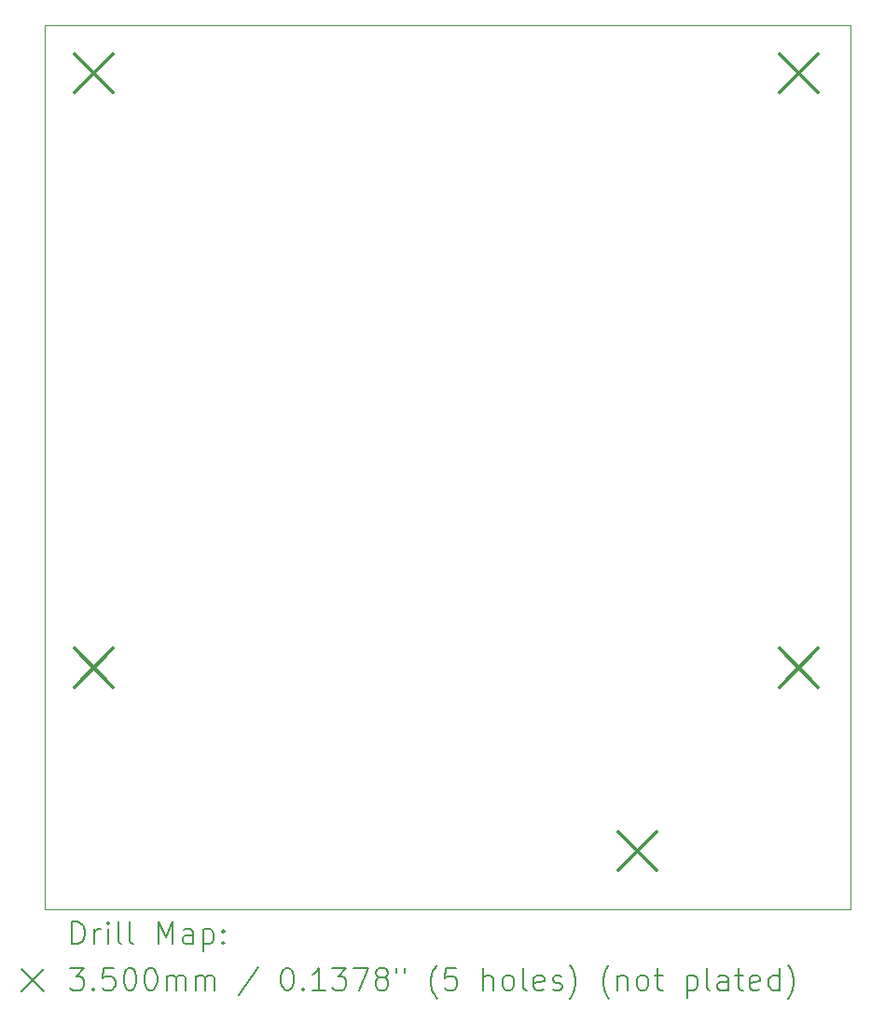
<source format=gbr>
%FSLAX45Y45*%
G04 Gerber Fmt 4.5, Leading zero omitted, Abs format (unit mm)*
G04 Created by KiCad (PCBNEW (6.0.2-0)) date 2022-08-15 15:04:25*
%MOMM*%
%LPD*%
G01*
G04 APERTURE LIST*
%TA.AperFunction,Profile*%
%ADD10C,0.100000*%
%TD*%
%ADD11C,0.200000*%
%ADD12C,0.350000*%
G04 APERTURE END LIST*
D10*
X6350000Y-4064000D02*
X13665200Y-4064000D01*
X13665200Y-4064000D02*
X13665200Y-12090400D01*
X13665200Y-12090400D02*
X6350000Y-12090400D01*
X6350000Y-12090400D02*
X6350000Y-4064000D01*
D11*
D12*
X6625000Y-4325000D02*
X6975000Y-4675000D01*
X6975000Y-4325000D02*
X6625000Y-4675000D01*
X6625000Y-9725000D02*
X6975000Y-10075000D01*
X6975000Y-9725000D02*
X6625000Y-10075000D01*
X11559800Y-11388400D02*
X11909800Y-11738400D01*
X11909800Y-11388400D02*
X11559800Y-11738400D01*
X13025000Y-4325000D02*
X13375000Y-4675000D01*
X13375000Y-4325000D02*
X13025000Y-4675000D01*
X13025000Y-9725000D02*
X13375000Y-10075000D01*
X13375000Y-9725000D02*
X13025000Y-10075000D01*
D11*
X6602619Y-12405876D02*
X6602619Y-12205876D01*
X6650238Y-12205876D01*
X6678809Y-12215400D01*
X6697857Y-12234448D01*
X6707381Y-12253495D01*
X6716905Y-12291590D01*
X6716905Y-12320162D01*
X6707381Y-12358257D01*
X6697857Y-12377305D01*
X6678809Y-12396352D01*
X6650238Y-12405876D01*
X6602619Y-12405876D01*
X6802619Y-12405876D02*
X6802619Y-12272543D01*
X6802619Y-12310638D02*
X6812143Y-12291590D01*
X6821667Y-12282067D01*
X6840714Y-12272543D01*
X6859762Y-12272543D01*
X6926428Y-12405876D02*
X6926428Y-12272543D01*
X6926428Y-12205876D02*
X6916905Y-12215400D01*
X6926428Y-12224924D01*
X6935952Y-12215400D01*
X6926428Y-12205876D01*
X6926428Y-12224924D01*
X7050238Y-12405876D02*
X7031190Y-12396352D01*
X7021667Y-12377305D01*
X7021667Y-12205876D01*
X7155000Y-12405876D02*
X7135952Y-12396352D01*
X7126428Y-12377305D01*
X7126428Y-12205876D01*
X7383571Y-12405876D02*
X7383571Y-12205876D01*
X7450238Y-12348733D01*
X7516905Y-12205876D01*
X7516905Y-12405876D01*
X7697857Y-12405876D02*
X7697857Y-12301114D01*
X7688333Y-12282067D01*
X7669286Y-12272543D01*
X7631190Y-12272543D01*
X7612143Y-12282067D01*
X7697857Y-12396352D02*
X7678809Y-12405876D01*
X7631190Y-12405876D01*
X7612143Y-12396352D01*
X7602619Y-12377305D01*
X7602619Y-12358257D01*
X7612143Y-12339209D01*
X7631190Y-12329686D01*
X7678809Y-12329686D01*
X7697857Y-12320162D01*
X7793095Y-12272543D02*
X7793095Y-12472543D01*
X7793095Y-12282067D02*
X7812143Y-12272543D01*
X7850238Y-12272543D01*
X7869286Y-12282067D01*
X7878809Y-12291590D01*
X7888333Y-12310638D01*
X7888333Y-12367781D01*
X7878809Y-12386828D01*
X7869286Y-12396352D01*
X7850238Y-12405876D01*
X7812143Y-12405876D01*
X7793095Y-12396352D01*
X7974048Y-12386828D02*
X7983571Y-12396352D01*
X7974048Y-12405876D01*
X7964524Y-12396352D01*
X7974048Y-12386828D01*
X7974048Y-12405876D01*
X7974048Y-12282067D02*
X7983571Y-12291590D01*
X7974048Y-12301114D01*
X7964524Y-12291590D01*
X7974048Y-12282067D01*
X7974048Y-12301114D01*
X6145000Y-12635400D02*
X6345000Y-12835400D01*
X6345000Y-12635400D02*
X6145000Y-12835400D01*
X6583571Y-12625876D02*
X6707381Y-12625876D01*
X6640714Y-12702067D01*
X6669286Y-12702067D01*
X6688333Y-12711590D01*
X6697857Y-12721114D01*
X6707381Y-12740162D01*
X6707381Y-12787781D01*
X6697857Y-12806828D01*
X6688333Y-12816352D01*
X6669286Y-12825876D01*
X6612143Y-12825876D01*
X6593095Y-12816352D01*
X6583571Y-12806828D01*
X6793095Y-12806828D02*
X6802619Y-12816352D01*
X6793095Y-12825876D01*
X6783571Y-12816352D01*
X6793095Y-12806828D01*
X6793095Y-12825876D01*
X6983571Y-12625876D02*
X6888333Y-12625876D01*
X6878809Y-12721114D01*
X6888333Y-12711590D01*
X6907381Y-12702067D01*
X6955000Y-12702067D01*
X6974048Y-12711590D01*
X6983571Y-12721114D01*
X6993095Y-12740162D01*
X6993095Y-12787781D01*
X6983571Y-12806828D01*
X6974048Y-12816352D01*
X6955000Y-12825876D01*
X6907381Y-12825876D01*
X6888333Y-12816352D01*
X6878809Y-12806828D01*
X7116905Y-12625876D02*
X7135952Y-12625876D01*
X7155000Y-12635400D01*
X7164524Y-12644924D01*
X7174048Y-12663971D01*
X7183571Y-12702067D01*
X7183571Y-12749686D01*
X7174048Y-12787781D01*
X7164524Y-12806828D01*
X7155000Y-12816352D01*
X7135952Y-12825876D01*
X7116905Y-12825876D01*
X7097857Y-12816352D01*
X7088333Y-12806828D01*
X7078809Y-12787781D01*
X7069286Y-12749686D01*
X7069286Y-12702067D01*
X7078809Y-12663971D01*
X7088333Y-12644924D01*
X7097857Y-12635400D01*
X7116905Y-12625876D01*
X7307381Y-12625876D02*
X7326428Y-12625876D01*
X7345476Y-12635400D01*
X7355000Y-12644924D01*
X7364524Y-12663971D01*
X7374048Y-12702067D01*
X7374048Y-12749686D01*
X7364524Y-12787781D01*
X7355000Y-12806828D01*
X7345476Y-12816352D01*
X7326428Y-12825876D01*
X7307381Y-12825876D01*
X7288333Y-12816352D01*
X7278809Y-12806828D01*
X7269286Y-12787781D01*
X7259762Y-12749686D01*
X7259762Y-12702067D01*
X7269286Y-12663971D01*
X7278809Y-12644924D01*
X7288333Y-12635400D01*
X7307381Y-12625876D01*
X7459762Y-12825876D02*
X7459762Y-12692543D01*
X7459762Y-12711590D02*
X7469286Y-12702067D01*
X7488333Y-12692543D01*
X7516905Y-12692543D01*
X7535952Y-12702067D01*
X7545476Y-12721114D01*
X7545476Y-12825876D01*
X7545476Y-12721114D02*
X7555000Y-12702067D01*
X7574048Y-12692543D01*
X7602619Y-12692543D01*
X7621667Y-12702067D01*
X7631190Y-12721114D01*
X7631190Y-12825876D01*
X7726428Y-12825876D02*
X7726428Y-12692543D01*
X7726428Y-12711590D02*
X7735952Y-12702067D01*
X7755000Y-12692543D01*
X7783571Y-12692543D01*
X7802619Y-12702067D01*
X7812143Y-12721114D01*
X7812143Y-12825876D01*
X7812143Y-12721114D02*
X7821667Y-12702067D01*
X7840714Y-12692543D01*
X7869286Y-12692543D01*
X7888333Y-12702067D01*
X7897857Y-12721114D01*
X7897857Y-12825876D01*
X8288333Y-12616352D02*
X8116905Y-12873495D01*
X8545476Y-12625876D02*
X8564524Y-12625876D01*
X8583571Y-12635400D01*
X8593095Y-12644924D01*
X8602619Y-12663971D01*
X8612143Y-12702067D01*
X8612143Y-12749686D01*
X8602619Y-12787781D01*
X8593095Y-12806828D01*
X8583571Y-12816352D01*
X8564524Y-12825876D01*
X8545476Y-12825876D01*
X8526429Y-12816352D01*
X8516905Y-12806828D01*
X8507381Y-12787781D01*
X8497857Y-12749686D01*
X8497857Y-12702067D01*
X8507381Y-12663971D01*
X8516905Y-12644924D01*
X8526429Y-12635400D01*
X8545476Y-12625876D01*
X8697857Y-12806828D02*
X8707381Y-12816352D01*
X8697857Y-12825876D01*
X8688333Y-12816352D01*
X8697857Y-12806828D01*
X8697857Y-12825876D01*
X8897857Y-12825876D02*
X8783571Y-12825876D01*
X8840714Y-12825876D02*
X8840714Y-12625876D01*
X8821667Y-12654448D01*
X8802619Y-12673495D01*
X8783571Y-12683019D01*
X8964524Y-12625876D02*
X9088333Y-12625876D01*
X9021667Y-12702067D01*
X9050238Y-12702067D01*
X9069286Y-12711590D01*
X9078810Y-12721114D01*
X9088333Y-12740162D01*
X9088333Y-12787781D01*
X9078810Y-12806828D01*
X9069286Y-12816352D01*
X9050238Y-12825876D01*
X8993095Y-12825876D01*
X8974048Y-12816352D01*
X8964524Y-12806828D01*
X9155000Y-12625876D02*
X9288333Y-12625876D01*
X9202619Y-12825876D01*
X9393095Y-12711590D02*
X9374048Y-12702067D01*
X9364524Y-12692543D01*
X9355000Y-12673495D01*
X9355000Y-12663971D01*
X9364524Y-12644924D01*
X9374048Y-12635400D01*
X9393095Y-12625876D01*
X9431190Y-12625876D01*
X9450238Y-12635400D01*
X9459762Y-12644924D01*
X9469286Y-12663971D01*
X9469286Y-12673495D01*
X9459762Y-12692543D01*
X9450238Y-12702067D01*
X9431190Y-12711590D01*
X9393095Y-12711590D01*
X9374048Y-12721114D01*
X9364524Y-12730638D01*
X9355000Y-12749686D01*
X9355000Y-12787781D01*
X9364524Y-12806828D01*
X9374048Y-12816352D01*
X9393095Y-12825876D01*
X9431190Y-12825876D01*
X9450238Y-12816352D01*
X9459762Y-12806828D01*
X9469286Y-12787781D01*
X9469286Y-12749686D01*
X9459762Y-12730638D01*
X9450238Y-12721114D01*
X9431190Y-12711590D01*
X9545476Y-12625876D02*
X9545476Y-12663971D01*
X9621667Y-12625876D02*
X9621667Y-12663971D01*
X9916905Y-12902067D02*
X9907381Y-12892543D01*
X9888333Y-12863971D01*
X9878810Y-12844924D01*
X9869286Y-12816352D01*
X9859762Y-12768733D01*
X9859762Y-12730638D01*
X9869286Y-12683019D01*
X9878810Y-12654448D01*
X9888333Y-12635400D01*
X9907381Y-12606828D01*
X9916905Y-12597305D01*
X10088333Y-12625876D02*
X9993095Y-12625876D01*
X9983571Y-12721114D01*
X9993095Y-12711590D01*
X10012143Y-12702067D01*
X10059762Y-12702067D01*
X10078810Y-12711590D01*
X10088333Y-12721114D01*
X10097857Y-12740162D01*
X10097857Y-12787781D01*
X10088333Y-12806828D01*
X10078810Y-12816352D01*
X10059762Y-12825876D01*
X10012143Y-12825876D01*
X9993095Y-12816352D01*
X9983571Y-12806828D01*
X10335952Y-12825876D02*
X10335952Y-12625876D01*
X10421667Y-12825876D02*
X10421667Y-12721114D01*
X10412143Y-12702067D01*
X10393095Y-12692543D01*
X10364524Y-12692543D01*
X10345476Y-12702067D01*
X10335952Y-12711590D01*
X10545476Y-12825876D02*
X10526429Y-12816352D01*
X10516905Y-12806828D01*
X10507381Y-12787781D01*
X10507381Y-12730638D01*
X10516905Y-12711590D01*
X10526429Y-12702067D01*
X10545476Y-12692543D01*
X10574048Y-12692543D01*
X10593095Y-12702067D01*
X10602619Y-12711590D01*
X10612143Y-12730638D01*
X10612143Y-12787781D01*
X10602619Y-12806828D01*
X10593095Y-12816352D01*
X10574048Y-12825876D01*
X10545476Y-12825876D01*
X10726429Y-12825876D02*
X10707381Y-12816352D01*
X10697857Y-12797305D01*
X10697857Y-12625876D01*
X10878810Y-12816352D02*
X10859762Y-12825876D01*
X10821667Y-12825876D01*
X10802619Y-12816352D01*
X10793095Y-12797305D01*
X10793095Y-12721114D01*
X10802619Y-12702067D01*
X10821667Y-12692543D01*
X10859762Y-12692543D01*
X10878810Y-12702067D01*
X10888333Y-12721114D01*
X10888333Y-12740162D01*
X10793095Y-12759209D01*
X10964524Y-12816352D02*
X10983571Y-12825876D01*
X11021667Y-12825876D01*
X11040714Y-12816352D01*
X11050238Y-12797305D01*
X11050238Y-12787781D01*
X11040714Y-12768733D01*
X11021667Y-12759209D01*
X10993095Y-12759209D01*
X10974048Y-12749686D01*
X10964524Y-12730638D01*
X10964524Y-12721114D01*
X10974048Y-12702067D01*
X10993095Y-12692543D01*
X11021667Y-12692543D01*
X11040714Y-12702067D01*
X11116905Y-12902067D02*
X11126429Y-12892543D01*
X11145476Y-12863971D01*
X11155000Y-12844924D01*
X11164524Y-12816352D01*
X11174048Y-12768733D01*
X11174048Y-12730638D01*
X11164524Y-12683019D01*
X11155000Y-12654448D01*
X11145476Y-12635400D01*
X11126429Y-12606828D01*
X11116905Y-12597305D01*
X11478809Y-12902067D02*
X11469286Y-12892543D01*
X11450238Y-12863971D01*
X11440714Y-12844924D01*
X11431190Y-12816352D01*
X11421667Y-12768733D01*
X11421667Y-12730638D01*
X11431190Y-12683019D01*
X11440714Y-12654448D01*
X11450238Y-12635400D01*
X11469286Y-12606828D01*
X11478809Y-12597305D01*
X11555000Y-12692543D02*
X11555000Y-12825876D01*
X11555000Y-12711590D02*
X11564524Y-12702067D01*
X11583571Y-12692543D01*
X11612143Y-12692543D01*
X11631190Y-12702067D01*
X11640714Y-12721114D01*
X11640714Y-12825876D01*
X11764524Y-12825876D02*
X11745476Y-12816352D01*
X11735952Y-12806828D01*
X11726428Y-12787781D01*
X11726428Y-12730638D01*
X11735952Y-12711590D01*
X11745476Y-12702067D01*
X11764524Y-12692543D01*
X11793095Y-12692543D01*
X11812143Y-12702067D01*
X11821667Y-12711590D01*
X11831190Y-12730638D01*
X11831190Y-12787781D01*
X11821667Y-12806828D01*
X11812143Y-12816352D01*
X11793095Y-12825876D01*
X11764524Y-12825876D01*
X11888333Y-12692543D02*
X11964524Y-12692543D01*
X11916905Y-12625876D02*
X11916905Y-12797305D01*
X11926428Y-12816352D01*
X11945476Y-12825876D01*
X11964524Y-12825876D01*
X12183571Y-12692543D02*
X12183571Y-12892543D01*
X12183571Y-12702067D02*
X12202619Y-12692543D01*
X12240714Y-12692543D01*
X12259762Y-12702067D01*
X12269286Y-12711590D01*
X12278809Y-12730638D01*
X12278809Y-12787781D01*
X12269286Y-12806828D01*
X12259762Y-12816352D01*
X12240714Y-12825876D01*
X12202619Y-12825876D01*
X12183571Y-12816352D01*
X12393095Y-12825876D02*
X12374048Y-12816352D01*
X12364524Y-12797305D01*
X12364524Y-12625876D01*
X12555000Y-12825876D02*
X12555000Y-12721114D01*
X12545476Y-12702067D01*
X12526428Y-12692543D01*
X12488333Y-12692543D01*
X12469286Y-12702067D01*
X12555000Y-12816352D02*
X12535952Y-12825876D01*
X12488333Y-12825876D01*
X12469286Y-12816352D01*
X12459762Y-12797305D01*
X12459762Y-12778257D01*
X12469286Y-12759209D01*
X12488333Y-12749686D01*
X12535952Y-12749686D01*
X12555000Y-12740162D01*
X12621667Y-12692543D02*
X12697857Y-12692543D01*
X12650238Y-12625876D02*
X12650238Y-12797305D01*
X12659762Y-12816352D01*
X12678809Y-12825876D01*
X12697857Y-12825876D01*
X12840714Y-12816352D02*
X12821667Y-12825876D01*
X12783571Y-12825876D01*
X12764524Y-12816352D01*
X12755000Y-12797305D01*
X12755000Y-12721114D01*
X12764524Y-12702067D01*
X12783571Y-12692543D01*
X12821667Y-12692543D01*
X12840714Y-12702067D01*
X12850238Y-12721114D01*
X12850238Y-12740162D01*
X12755000Y-12759209D01*
X13021667Y-12825876D02*
X13021667Y-12625876D01*
X13021667Y-12816352D02*
X13002619Y-12825876D01*
X12964524Y-12825876D01*
X12945476Y-12816352D01*
X12935952Y-12806828D01*
X12926428Y-12787781D01*
X12926428Y-12730638D01*
X12935952Y-12711590D01*
X12945476Y-12702067D01*
X12964524Y-12692543D01*
X13002619Y-12692543D01*
X13021667Y-12702067D01*
X13097857Y-12902067D02*
X13107381Y-12892543D01*
X13126428Y-12863971D01*
X13135952Y-12844924D01*
X13145476Y-12816352D01*
X13155000Y-12768733D01*
X13155000Y-12730638D01*
X13145476Y-12683019D01*
X13135952Y-12654448D01*
X13126428Y-12635400D01*
X13107381Y-12606828D01*
X13097857Y-12597305D01*
M02*

</source>
